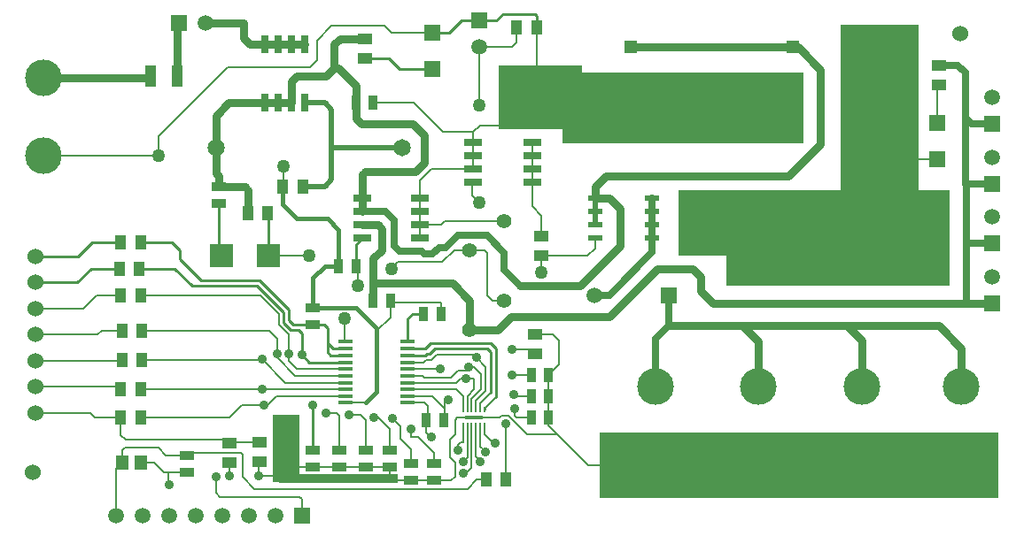
<source format=gtl>
%FSTAX23Y23*%
%MOIN*%
%SFA1B1*%

%IPPOS*%
%ADD13C,0.007870*%
%ADD15C,0.010000*%
%ADD18R,0.068900X0.031500*%
%ADD19R,0.055120X0.013780*%
%ADD20R,0.007870X0.023620*%
%ADD21R,0.070870X0.015750*%
%ADD22R,0.036000X0.057000*%
%ADD23R,0.040000X0.055000*%
%ADD24R,0.055000X0.040000*%
%ADD25R,0.059060X0.059060*%
%ADD26R,0.057000X0.036000*%
%ADD27R,0.043310X0.078740*%
%ADD28R,0.068900X0.025590*%
%ADD29R,0.025590X0.068900*%
%ADD30R,0.090550X0.090550*%
%ADD31R,0.047240X0.055120*%
%ADD32R,0.057090X0.023620*%
%ADD57C,0.027560*%
%ADD58C,0.031500*%
%ADD59C,0.015750*%
%ADD60C,0.019680*%
%ADD61R,0.315000X0.242000*%
%ADD62R,0.100000X0.255000*%
%ADD63R,0.445000X0.038000*%
%ADD64R,1.500000X0.250000*%
%ADD65R,0.295000X0.675000*%
%ADD66R,0.840000X0.187000*%
%ADD67R,1.020000X0.245000*%
%ADD68R,0.905000X0.265000*%
%ADD69C,0.060000*%
%ADD70C,0.064960*%
%ADD71C,0.059060*%
%ADD72R,0.059060X0.059060*%
%ADD73C,0.055120*%
%ADD74C,0.047240*%
%ADD75R,0.047240X0.047240*%
%ADD76C,0.137800*%
%ADD77C,0.050000*%
%ADD78C,0.035430*%
%LNpowerboard-1*%
%LPD*%
G54D13*
X02683Y0382D02*
X02728Y03865D01*
X02515Y0382D02*
X02683D01*
X02495Y038D02*
X02515Y0382D01*
X04185Y03955D02*
X044Y0417D01*
Y04235*
X0441Y04219D02*
X04423Y04206D01*
X04545*
Y04483D02*
X0455Y04488D01*
X04545Y04343D02*
Y04483D01*
X02728Y03865D02*
X02785D01*
X04Y0463D02*
X0402D01*
X0339Y0433D02*
X04D01*
X02684Y0431D02*
X02799D01*
X02575Y04419D02*
X02684Y0431D01*
X02422Y04419D02*
X02575D01*
X01614Y04219D02*
Y04294D01*
X01875Y04555*
X02185*
X0221Y0458*
Y04655*
X02265Y0471*
X02465*
X02491Y04683*
X02645*
X02357Y03805D02*
X02365Y03797D01*
Y0373D02*
Y03797D01*
X02785Y03865D02*
X0284D01*
X0285Y03855*
Y03695D02*
Y03855D01*
Y03695D02*
X0287Y03675D01*
X02915*
X03115Y0317D02*
X0323Y03054D01*
X03082Y03203D02*
X03115Y0317D01*
X03002D02*
X03115D01*
X02932Y0324D02*
X03002Y0317D01*
X02905Y0324D02*
X02932D01*
X02899Y03234D02*
X02905Y0324D01*
X028Y03234D02*
X02899D01*
X02955Y0324D02*
Y03266D01*
Y0324D02*
X0296Y03235D01*
X03013Y0349D02*
X0303Y03473D01*
X02945Y0349D02*
X03013D01*
X02692Y0329D02*
X02701Y033D01*
X02692Y03268D02*
Y0329D01*
X02487Y03612D02*
Y0367D01*
X02489Y03668*
X02677*
Y03625D02*
Y03668D01*
X02435Y0356D02*
Y0357D01*
Y0356D02*
X02487Y03612D01*
X02318Y03289D02*
X02394D01*
X02485Y0302D02*
Y03048D01*
Y0302D02*
X02509Y02996D01*
X02565*
X02395Y03048D02*
X02485D01*
X02295D02*
X02395D01*
X02195D02*
X02295D01*
X02113D02*
X02195D01*
X02078Y03013D02*
X02113Y03048D01*
X01992Y03013D02*
X02078D01*
X01992Y03065D02*
X01995Y03068D01*
X01992Y03013D02*
Y03065D01*
X0165Y03028D02*
X0172D01*
X01636D02*
X0165D01*
Y02985D02*
Y03028D01*
X01599Y03065D02*
X01636Y03028D01*
X01549Y03065D02*
X01599D01*
X01455Y03041D02*
X01478Y03065D01*
X01455Y02865D02*
Y03041D01*
X01478Y03065D02*
Y0311D01*
X01488Y0312*
X01615*
X01643Y03092*
X0172*
X01728Y031*
X01925*
X0193Y03095*
Y0301D02*
Y03095D01*
Y0301D02*
X01975Y02965D01*
X02777*
X02812Y03*
X02848*
X0183Y0295D02*
Y03011D01*
Y0295D02*
X01845Y02935D01*
X02146*
X02155Y02926*
Y02865D02*
Y02926D01*
X02315Y03523D02*
Y036D01*
Y03523D02*
X02318Y03519D01*
X02792Y03045D02*
Y03205D01*
X02761Y03068D02*
X02777Y03083D01*
X02772Y03025D02*
X02792Y03045D01*
X0273Y0301D02*
Y03064D01*
X0271Y03084D02*
X0273Y03064D01*
X0284Y0317D02*
X0287Y0314D01*
X0284Y0317D02*
Y03205D01*
X02824Y03125D02*
X0284Y0311D01*
X02824Y03125D02*
Y03205D01*
X02808Y03086D02*
X0282Y03075D01*
X02808Y03086D02*
Y03205D01*
X0275Y03141D02*
X02761D01*
X0274Y03131D02*
X0275Y03141D01*
X0274Y0311D02*
Y03131D01*
X03485Y03054D02*
X04634D01*
X0273Y03171D02*
Y03225D01*
X0271Y03151D02*
X0273Y03171D01*
Y03225D02*
X02739Y03234D01*
X0271Y03084D02*
Y03151D01*
X02715Y02996D02*
X0273Y0301D01*
X02777Y03083D02*
Y03205D01*
X02761Y03141D02*
Y03205D01*
X02565Y02996D02*
X0265D01*
X02715*
X02739Y03234D02*
X028D01*
X0292Y0321D02*
X02921D01*
X02922Y03209*
Y03D02*
Y03209D01*
X04634Y03054D02*
X04635Y03055D01*
X0323Y03054D02*
X03485D01*
X03082Y03203D02*
Y03235D01*
X0303Y03547D02*
X03098D01*
X0312Y03525*
Y03433D02*
Y03525D01*
X03082Y03395D02*
X0312Y03433D01*
X03082Y03315D02*
Y03395D01*
Y03235D02*
Y03315D01*
X0296Y03235D02*
X03018D01*
X0295Y0332D02*
X02955Y03315D01*
X03018*
X02945Y03395D02*
X03018D01*
X02795Y04115D02*
X02799Y0412D01*
X02795Y0407D02*
Y04115D01*
Y0407D02*
X0282Y04045D01*
Y0441D02*
Y0463D01*
X02963Y04648D02*
Y04705D01*
X02945Y0463D02*
X02963Y04648D01*
X0282Y0463D02*
X02945D01*
X03035Y04335D02*
X03385D01*
X02824D02*
X03035D01*
X03037Y04337*
Y04705*
X03385Y04335D02*
X0339Y0433D01*
X02799Y0431D02*
X02824Y04335D01*
X02799Y0427D02*
Y0431D01*
X0302Y0422D02*
Y0427D01*
Y0417D02*
Y0422D01*
Y0412D02*
Y0417D01*
Y04029D02*
Y0412D01*
Y04029D02*
X03055Y03995D01*
Y03917D02*
Y03995D01*
Y03843D02*
X03228D01*
X03257Y03872*
Y0391*
X03055Y0378D02*
Y03843D01*
X02028Y03845D02*
X0217D01*
X02083Y04105D02*
X02084Y04106D01*
Y0418*
X0118Y04219D02*
X01614D01*
X02598Y0396D02*
X02677D01*
X02692Y03975*
X02915*
X02799Y0422D02*
Y0427D01*
Y0417D02*
Y0422D01*
X0264Y0417D02*
X02799D01*
X02598Y04128D02*
X0264Y0417D01*
X02598Y0406D02*
Y04128D01*
Y0401D02*
Y0406D01*
Y0396D02*
Y0401D01*
Y0391D02*
Y0396D01*
X02381Y04151D02*
X0239Y0416D01*
X0278Y03425D02*
X02802D01*
X02761Y03264D02*
Y03313D01*
X02734Y0334D02*
X02761Y03313D01*
X02551Y0334D02*
X02734D01*
X02772Y0338D02*
X02799D01*
X02803Y03376*
Y0334D02*
Y03376D01*
X02777Y03314D02*
X02803Y0334D01*
X02777Y03264D02*
Y03314D01*
X0275Y0338D02*
X0276D01*
X02735Y03365D02*
X0275Y0338D01*
X02551Y03365D02*
X02735D01*
X02802Y03425D02*
X02829Y03397D01*
Y03341D02*
Y03397D01*
X02792Y03305D02*
X02829Y03341D01*
X02792Y03264D02*
Y03305D01*
X02769Y03409D02*
X0277Y0341D01*
X0274Y03409D02*
X02769D01*
X02715Y03385D02*
X0274Y03409D01*
X02808Y03264D02*
Y03298D01*
X0281Y0346D02*
X02845Y03425D01*
Y03335D02*
Y03425D01*
X02808Y03298D02*
X02845Y03335D01*
X0266Y0347D02*
X02803D01*
X0264Y0345D02*
X0266Y0347D01*
X0262Y0345D02*
X0264D01*
X02824Y03264D02*
Y03286D01*
X02865Y03327*
X02841Y03266D02*
X02885Y0331D01*
X02623Y03178D02*
Y03225D01*
Y03178D02*
X0264Y03161D01*
X0188Y0302D02*
Y03063D01*
Y03137D02*
X01885Y03142D01*
X01995*
X01867Y0315D02*
X0188Y03137D01*
X0149Y0315D02*
X01867D01*
X01473Y03167D02*
X0149Y0315D01*
X01473Y03167D02*
Y03235D01*
X02551Y03391D02*
X02607D01*
X02614Y03385*
X02692Y0324D02*
Y03268D01*
X02645Y03314D02*
X02692Y03268D01*
X02551Y03314D02*
X02645D01*
X02551Y03442D02*
X02612D01*
X0262Y0345*
X02551Y03417D02*
X02665D01*
X02565Y0316D02*
Y03191D01*
Y0316D02*
X0259D01*
X0265Y031*
Y0306D02*
Y031D01*
X02495Y0323D02*
X02525Y032D01*
Y03155D02*
Y032D01*
Y03155D02*
X02565Y03115D01*
Y0306D02*
Y03115D01*
X0233Y03245D02*
X02375D01*
X02485Y03112D02*
Y0319D01*
X0244Y03235D02*
X02485Y0319D01*
X02425Y03235D02*
X0244D01*
X02245Y0325D02*
X02285D01*
X02059Y03314D02*
X02318D01*
X02375Y03245D02*
X02395Y03225D01*
Y03112D02*
Y03225D01*
X02285Y0325D02*
X02295Y0324D01*
Y03112D02*
Y0324D01*
X0201Y0328D02*
X02025D01*
X02059Y03314*
X01928Y0328D02*
X01997D01*
X01883Y03235D02*
X01928Y0328D01*
X01547Y03235D02*
X01883D01*
X01375D02*
X01473D01*
X01358Y03251D02*
X01375Y03235D01*
X0115Y03251D02*
X01358D01*
X02318Y0334D02*
X02318Y0334D01*
X02005Y0334D02*
X02318D01*
X01547Y0334D02*
X02D01*
X01463Y03349D02*
X01473Y0334D01*
X0115Y03349D02*
X01463D01*
X02092Y03365D02*
X02318D01*
X02005Y03453D02*
X02092Y03365D01*
X01552Y0345D02*
X01995D01*
X01476Y03448D02*
X01478Y0345D01*
X0115Y03448D02*
X01476D01*
X0206Y0346D02*
Y03473D01*
Y0346D02*
X02128Y03391D01*
X02318*
X0206Y03473D02*
Y0353D01*
X0203Y0356D02*
X0206Y0353D01*
X01551Y0356D02*
X0203D01*
X014D02*
X01477D01*
X01386Y03546D02*
X014Y0356D01*
X0115Y03546D02*
X01386D01*
X02136Y03417D02*
X02318D01*
X02105Y03448D02*
X02136Y03417D01*
X02105Y03448D02*
Y03473D01*
Y0348D02*
Y03547D01*
X02068Y03584D02*
X02105Y03547D01*
X02068Y03584D02*
Y03623D01*
X01997Y03695D02*
X02068Y03623D01*
X01547Y03695D02*
X01997D01*
X0138D02*
X01473D01*
X0133Y03645D02*
X0138Y03695D01*
X0115Y03645D02*
X0133D01*
X02628Y0324D02*
Y03277D01*
X02615Y03289D02*
X02628Y03277D01*
X02551Y03289D02*
X02615D01*
X02614Y03385D02*
X02715D01*
G54D15*
X0465Y04114D02*
X04655Y04109D01*
Y039D02*
X04665Y0389D01*
X04655Y04109D02*
X04661Y04115D01*
X02865Y03327D02*
Y0348D01*
X0285Y03495D02*
X02865Y0348D01*
X02655Y03495D02*
X0285D01*
X02635Y03475D02*
X02655Y03495D01*
X02624Y03475D02*
X02635D01*
X02841Y03264D02*
Y03266D01*
X02885Y0331D02*
Y03495D01*
X02865Y03515D02*
X02885Y03495D01*
X02639Y03515D02*
X02865D01*
X02618Y03493D02*
X02639Y03515D01*
X02551Y03468D02*
X02617D01*
X02624Y03475*
X02551Y03493D02*
X02618D01*
X02195Y03112D02*
Y0328D01*
X0257Y03625D02*
X02613D01*
X02551Y03606D02*
X0257Y03625D01*
X02551Y03519D02*
Y03606D01*
X02357Y03885D02*
X02381Y0391D01*
X02357Y03805D02*
Y03885D01*
X0282Y0473D02*
X02885D01*
X0291Y04755*
X0303*
X03037Y04748*
Y04705D02*
Y04748D01*
X02755Y0473D02*
X0282D01*
X02708Y04683D02*
X02755Y0473D01*
X02645Y04683D02*
X02708D01*
X0225Y0348D02*
Y03515D01*
Y0348D02*
X02261Y03468D01*
X02318*
X02195Y03583D02*
X02237D01*
X0225Y0357*
Y03515D02*
Y0357D01*
Y03515D02*
X02271Y03493D01*
X02318*
X02182Y03442D02*
X02318D01*
X02155Y0347D02*
X02182Y03442D01*
X02155Y0347D02*
Y03551D01*
X02143Y03563D02*
X02155Y03551D01*
X02113Y03563D02*
X02143D01*
X02085Y03591D02*
X02113Y03563D01*
X02085Y03591D02*
Y03631D01*
X01986Y0373D02*
X02085Y03631D01*
X0174Y0373D02*
X01986D01*
X01675Y03795D02*
X0174Y0373D01*
X01543Y03795D02*
X01675D01*
X0136D02*
X01469D01*
X01308Y03743D02*
X0136Y03795D01*
X0115Y03743D02*
X01308D01*
X02122Y03583D02*
X02195D01*
X02105Y036D02*
X02122Y03583D01*
X02105Y036D02*
Y0364D01*
X01995Y0375D02*
X02105Y0364D01*
X01775Y0375D02*
X01995D01*
X01695Y0383D02*
X01775Y0375D01*
X01695Y0383D02*
Y03865D01*
X01665Y03895D02*
X01695Y03865D01*
X01547Y03895D02*
X01665D01*
X01365D02*
X01473D01*
X01311Y03841D02*
X01365Y03895D01*
X0115Y03841D02*
X01311D01*
X02026Y04005D02*
X02028Y04003D01*
Y03845D02*
Y04003D01*
X0184Y03856D02*
X01851Y03845D01*
X0184Y03856D02*
Y0404D01*
X02523Y04546D02*
X02645D01*
X02482Y04588D02*
X02523Y04546D01*
X0239Y04588D02*
X02482D01*
X01685Y04715D02*
X0169Y0472D01*
X0158Y04515D02*
X01585Y0452D01*
G54D18*
X02598Y0391D03*
Y0396D03*
Y0401D03*
Y0406D03*
X02381Y0391D03*
Y0396D03*
Y0401D03*
Y0406D03*
G54D19*
X02551Y03289D03*
Y03314D03*
Y0334D03*
Y03365D03*
Y03391D03*
Y03417D03*
Y03442D03*
Y03468D03*
Y03493D03*
Y03519D03*
X02318Y03289D03*
Y03314D03*
Y0334D03*
Y03365D03*
Y03391D03*
Y03417D03*
Y03442D03*
Y03468D03*
Y03493D03*
Y03519D03*
G54D20*
X02824Y03205D03*
X0284D03*
X02808D03*
X02792D03*
X02777D03*
X02761D03*
Y03264D03*
X02777D03*
X02792D03*
X02808D03*
X0284D03*
X02824D03*
G54D21*
X028Y03234D03*
G54D22*
X03082Y03395D03*
X03018D03*
X03082Y03315D03*
X03018D03*
X03082Y03235D03*
X03018D03*
X02687Y03225D03*
X02623D03*
X02423Y03675D03*
X02487D03*
X02357Y03805D03*
X02293D03*
X02358Y04419D03*
X02422D03*
X02613Y03625D03*
X02677D03*
G54D23*
X03037Y04705D03*
X02963D03*
X02848Y03D03*
X02922D03*
X01547Y03235D03*
X01473D03*
X01547Y0334D03*
X01473D03*
X01552Y0345D03*
X01478D03*
X01551Y0356D03*
X01477D03*
X01547Y03695D03*
X01473D03*
X01543Y03795D03*
X01469D03*
X02083Y04105D03*
X02157D03*
X01952Y04005D03*
X02026D03*
X01473Y03895D03*
X01547D03*
G54D24*
X0455Y04488D03*
Y04562D03*
X0188Y03137D03*
Y03063D03*
X0239Y04588D03*
Y04662D03*
X03055Y03843D03*
Y03917D03*
X0303Y03473D03*
Y03547D03*
X01995Y03142D03*
Y03068D03*
G54D25*
X04545Y04206D03*
Y04343D03*
X02645Y04683D03*
Y04546D03*
X0475Y0434D03*
Y04115D03*
Y0389D03*
Y03665D03*
X0282Y0473D03*
G54D26*
X0265Y0306D03*
Y02996D03*
X02565Y0306D03*
Y02996D03*
X02485Y03112D03*
Y03048D03*
X02395Y03112D03*
Y03048D03*
X02295Y03112D03*
Y03048D03*
X02195Y03112D03*
Y03048D03*
X0184Y0404D03*
Y04104D03*
X0172Y03028D03*
Y03092D03*
X02195Y03647D03*
Y03583D03*
G54D27*
X01685Y0452D03*
X01585D03*
G54D28*
X02799Y0427D03*
Y0422D03*
Y0417D03*
Y0412D03*
X0302Y0427D03*
Y0422D03*
Y0417D03*
Y0412D03*
G54D29*
X02015Y04419D03*
X02065D03*
X02115D03*
X02165D03*
X02015Y0464D03*
X02065D03*
X02115D03*
X02165D03*
G54D30*
X02028Y03845D03*
X01851D03*
G54D31*
X01478Y03065D03*
X01549D03*
G54D32*
X03472Y0391D03*
Y0396D03*
Y0401D03*
Y0406D03*
X03257Y0391D03*
Y0396D03*
Y0401D03*
Y0406D03*
G54D57*
X0465Y04114D02*
Y04365D01*
X04655Y03665D02*
Y039D01*
X04665Y0389D02*
X0475D01*
X04655Y039D02*
Y04109D01*
X04661Y04115D02*
X0475D01*
X0455Y04562D02*
X04623D01*
X0465Y04535*
Y04365D02*
Y04535D01*
Y04365D02*
X04675Y0434D01*
X0475*
X02615Y0385D02*
X02645D01*
X0267Y03875*
X02695*
X03255Y03695D02*
X0331D01*
X03472Y03857*
Y0391*
Y0401D02*
Y0406D01*
Y0396D02*
Y0401D01*
Y0391D02*
Y0396D01*
X0274Y0392D02*
X0285D01*
X02381Y0401D02*
X02468D01*
X025Y03978*
Y0388D02*
Y03978D01*
Y0388D02*
X0252Y0386D01*
X02605*
X02695Y03875D02*
X0274Y0392D01*
X0285D02*
X02915Y03855D01*
Y0379D02*
Y03855D01*
Y0379D02*
X02975Y0373D01*
X03534Y03579D02*
Y03695D01*
X03485Y0353D02*
X03534Y03579D01*
X03485Y0335D02*
Y0353D01*
G54D58*
X04655Y03665D02*
X0475D01*
X037D02*
X04655D01*
X04635Y0335D02*
Y03495D01*
X0455Y03579D02*
X04635Y03495D01*
X04205Y03579D02*
X0455D01*
X0426Y0335D02*
Y03525D01*
X04205Y03579D02*
X0426Y03525D01*
X03812Y03579D02*
X04205D01*
X0387Y0335D02*
Y03522D01*
X03812Y03579D02*
X0387Y03522D01*
X03534Y03579D02*
X03812D01*
X02785Y03565D02*
X0289D01*
X0294Y03615*
X0331*
X0349Y03795*
X03625*
X03655Y03765*
Y0371D02*
Y03765D01*
Y0371D02*
X037Y03665D01*
X02975Y0373D02*
X032D01*
X0335Y0388*
Y0402*
X0331Y0406D02*
X0335Y0402D01*
X03257Y0406D02*
X0331D01*
X03257D02*
Y04104D01*
X03298Y04145*
X03985*
X04105Y04265*
Y04545*
X0402Y0463D02*
X04105Y04545D01*
X0339Y0463D02*
X04D01*
X02358Y04359D02*
Y04419D01*
Y04359D02*
X02377Y0434D01*
X02573*
X02614Y04298*
Y04194D02*
Y04298D01*
X0258Y0416D02*
X02614Y04194D01*
X0239Y0416D02*
X0258D01*
X02381Y0406D02*
Y04151D01*
Y0401D02*
Y0406D01*
X02423Y0374D02*
Y03833D01*
Y03675D02*
Y0374D01*
X02785Y03565D02*
Y03675D01*
X0272Y0374D02*
X02785Y03675D01*
X02423Y0374D02*
X0272D01*
X02423Y03833D02*
X02455Y03865D01*
Y03945*
X0244Y0396D02*
X02455Y03945D01*
X02381Y0396D02*
X0244D01*
X0184Y04104D02*
X0194D01*
X01952Y04005D02*
Y04091D01*
X02291Y0455D02*
X02358Y04483D01*
Y04419D02*
Y04483D01*
X02297Y04662D02*
X0239D01*
X02275Y0464D02*
X02297Y04662D01*
X02275Y0455D02*
Y0464D01*
X02245Y0452D02*
X02275Y0455D01*
X02135Y0452D02*
X02245D01*
X02115Y045D02*
X02135Y0452D01*
X02115Y04419D02*
Y045D01*
X0184Y04104D02*
Y04145D01*
X0183Y04155D02*
X0184Y04145D01*
X0183Y04155D02*
Y0425D01*
Y0437*
X01879Y04419*
X02015*
X02065D02*
X02115D01*
X02015D02*
X02065D01*
X02115Y0464D02*
X02165D01*
X02065D02*
X02115D01*
X02015D02*
X02065D01*
X01959D02*
X02015D01*
X01935Y04665D02*
X01959Y0464D01*
X01935Y04665D02*
Y0472D01*
X0179D02*
X01935D01*
X01685Y0452D02*
Y04715D01*
X0118Y04515D02*
X0158D01*
G54D59*
X02605Y0386D02*
X02615Y0385D01*
X0224Y03805D02*
X02293D01*
X02195Y0376D02*
X0224Y03805D01*
X02195Y03647D02*
Y0376D01*
X02358Y03647D02*
X02435Y0357D01*
X02195Y03647D02*
X02358D01*
X02435Y0333D02*
Y0356D01*
X02394Y03289D02*
X02435Y0333D01*
X02083Y04037D02*
Y04105D01*
Y04037D02*
X02135Y03985D01*
X0225*
X02293Y03942*
Y03805D02*
Y03942D01*
G54D60*
X03257Y0401D02*
Y0406D01*
Y0396D02*
Y0401D01*
X0194Y04104D02*
X01952Y04091D01*
X02275Y0455D02*
X02291D01*
X02265Y0425D02*
Y04395D01*
Y0413D02*
Y0425D01*
X0253*
X02157Y04105D02*
X0224D01*
X02265Y0413*
X0224Y04419D02*
X02265Y04395D01*
X02165Y04419D02*
X0224D01*
G54D61*
X03052Y04441D03*
G54D62*
X02095Y03117D03*
G54D63*
X02292Y03004D03*
G54D64*
X04025Y03055D03*
G54D65*
X04327Y04377D03*
G54D66*
X0417Y03823D03*
G54D67*
X0408Y03967D03*
G54D68*
X03587Y04402D03*
G54D69*
X0114Y03028D03*
X0463Y0468D03*
X0115Y03645D03*
Y03743D03*
Y03251D03*
Y03349D03*
Y03546D03*
Y03448D03*
Y03841D03*
G54D70*
X0253Y0425D03*
X0183D03*
G54D71*
X0179Y0472D03*
X0475Y0444D03*
Y04215D03*
Y0399D03*
Y03765D03*
X0282Y0463D03*
X03255Y03695D03*
X02055Y02865D03*
X01955D03*
X01855D03*
X01755D03*
X01655D03*
X01555D03*
X01455D03*
G54D72*
X0169Y0472D03*
X03534Y03695D03*
X02155Y02865D03*
G54D73*
X02915Y03675D03*
Y03975D03*
X02785Y03865D03*
Y03565D03*
G54D74*
X04Y0433D03*
X0339D03*
G54D75*
X04Y0463D03*
X0339D03*
G54D76*
X0118Y04515D03*
Y04219D03*
X04635Y03055D03*
Y0335D03*
X0387Y03054D03*
Y03349D03*
X0426Y03054D03*
Y03349D03*
X03485Y03054D03*
Y0335D03*
G54D77*
X044Y04235D03*
X02365Y0373D03*
X0249Y03795D03*
X02315Y03606D03*
X0282Y04045D03*
Y0441D03*
X03055Y0378D03*
X0218Y03843D03*
X02084Y0418D03*
X01614Y04219D03*
G54D78*
X02955Y03266D03*
X02945Y0349D03*
X02705Y033D03*
X01992Y03013D03*
X01655Y02981D03*
X0183Y03011D03*
X02826Y03066D03*
X02761Y03068D03*
X02881Y03136D03*
X02846Y03105D03*
X02761Y03023D03*
X0274Y0311D03*
X0292Y0321D03*
X0295Y0332D03*
X02945Y03395D03*
X0278Y03425D03*
X02772Y0338D03*
X0281Y0346D03*
X0264Y03161D03*
X0188Y03015D03*
X02675Y03417D03*
X02565Y03191D03*
X02495Y0323D03*
X0233Y03245D03*
X02195Y0328D03*
X02425Y03235D03*
X02245Y0325D03*
X0201Y0328D03*
X02005Y0334D03*
Y03453D03*
X0206Y03473D03*
X02105D03*
X02155Y0347D03*
M02*
</source>
